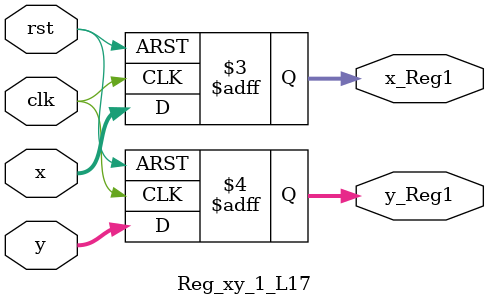
<source format=v>
module Reg_xy_1_L17(x_Reg1,y_Reg1,clk,rst,x,y);
output reg [2:0] x_Reg1,y_Reg1;
input clk,rst;
input [2:0] x,y;

always @ (posedge clk or negedge rst)
	begin
		if (!rst )begin 
			x_Reg1<=0; y_Reg1<=0;end
		else  begin
			x_Reg1<=x; y_Reg1<=y;end
	end

endmodule

</source>
